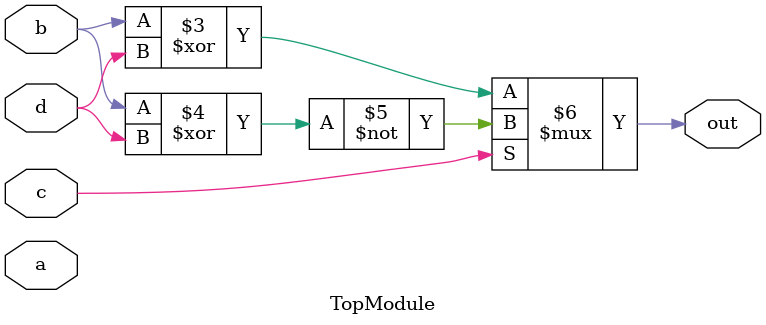
<source format=sv>

module TopModule (
  input a,
  input b,
  input c,
  input d,
  output reg out
);

always @(*) begin
    out = (c == 1'b0) ? (b ^ d) : ~(b ^ d);
end
endmodule

</source>
